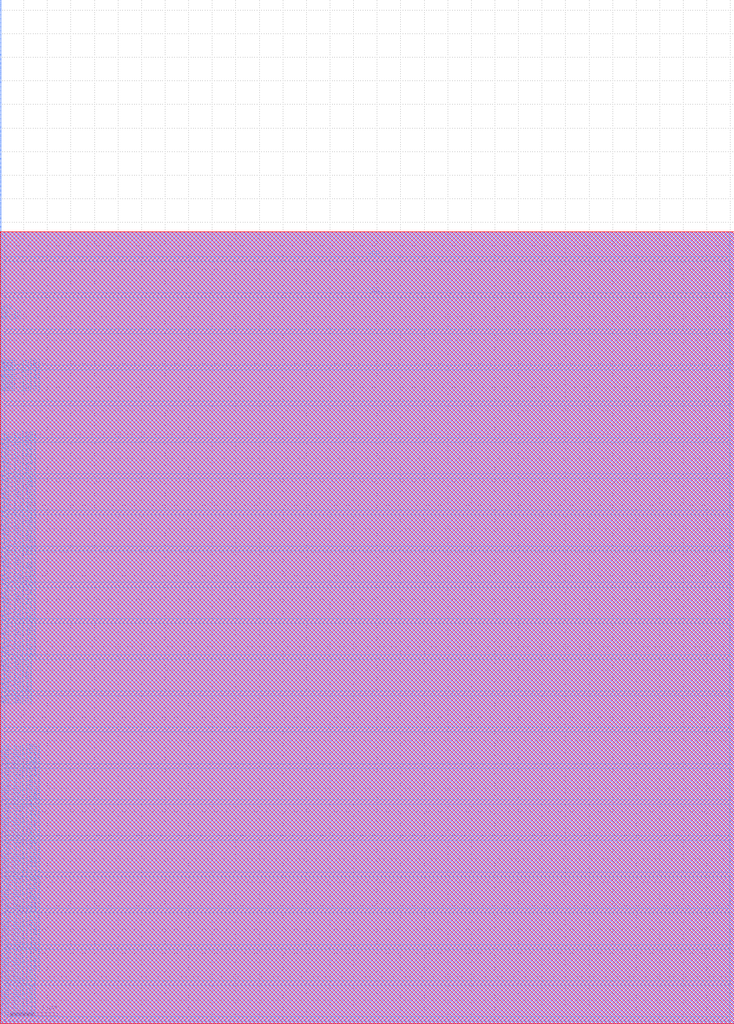
<source format=lef>
VERSION 5.7 ;
BUSBITCHARS "[]" ;
MACRO fakeram7_128x60
  FOREIGN fakeram7_128x60 0 0 ;
  SYMMETRY X Y R90 ;
  SIZE 15.580 BY 16.800 ;
  CLASS BLOCK ;
  PIN rd_out[0]
    DIRECTION OUTPUT ;
    USE SIGNAL ;
    SHAPE ABUTMENT ;
    PORT
      LAYER M4 ;
      RECT 0.000 0.096 0.024 0.120 ;
    END
  END rd_out[0]
  PIN rd_out[1]
    DIRECTION OUTPUT ;
    USE SIGNAL ;
    SHAPE ABUTMENT ;
    PORT
      LAYER M4 ;
      RECT 0.000 0.192 0.024 0.216 ;
    END
  END rd_out[1]
  PIN rd_out[2]
    DIRECTION OUTPUT ;
    USE SIGNAL ;
    SHAPE ABUTMENT ;
    PORT
      LAYER M4 ;
      RECT 0.000 0.288 0.024 0.312 ;
    END
  END rd_out[2]
  PIN rd_out[3]
    DIRECTION OUTPUT ;
    USE SIGNAL ;
    SHAPE ABUTMENT ;
    PORT
      LAYER M4 ;
      RECT 0.000 0.384 0.024 0.408 ;
    END
  END rd_out[3]
  PIN rd_out[4]
    DIRECTION OUTPUT ;
    USE SIGNAL ;
    SHAPE ABUTMENT ;
    PORT
      LAYER M4 ;
      RECT 0.000 0.480 0.024 0.504 ;
    END
  END rd_out[4]
  PIN rd_out[5]
    DIRECTION OUTPUT ;
    USE SIGNAL ;
    SHAPE ABUTMENT ;
    PORT
      LAYER M4 ;
      RECT 0.000 0.576 0.024 0.600 ;
    END
  END rd_out[5]
  PIN rd_out[6]
    DIRECTION OUTPUT ;
    USE SIGNAL ;
    SHAPE ABUTMENT ;
    PORT
      LAYER M4 ;
      RECT 0.000 0.672 0.024 0.696 ;
    END
  END rd_out[6]
  PIN rd_out[7]
    DIRECTION OUTPUT ;
    USE SIGNAL ;
    SHAPE ABUTMENT ;
    PORT
      LAYER M4 ;
      RECT 0.000 0.768 0.024 0.792 ;
    END
  END rd_out[7]
  PIN rd_out[8]
    DIRECTION OUTPUT ;
    USE SIGNAL ;
    SHAPE ABUTMENT ;
    PORT
      LAYER M4 ;
      RECT 0.000 0.864 0.024 0.888 ;
    END
  END rd_out[8]
  PIN rd_out[9]
    DIRECTION OUTPUT ;
    USE SIGNAL ;
    SHAPE ABUTMENT ;
    PORT
      LAYER M4 ;
      RECT 0.000 0.960 0.024 0.984 ;
    END
  END rd_out[9]
  PIN rd_out[10]
    DIRECTION OUTPUT ;
    USE SIGNAL ;
    SHAPE ABUTMENT ;
    PORT
      LAYER M4 ;
      RECT 0.000 1.056 0.024 1.080 ;
    END
  END rd_out[10]
  PIN rd_out[11]
    DIRECTION OUTPUT ;
    USE SIGNAL ;
    SHAPE ABUTMENT ;
    PORT
      LAYER M4 ;
      RECT 0.000 1.152 0.024 1.176 ;
    END
  END rd_out[11]
  PIN rd_out[12]
    DIRECTION OUTPUT ;
    USE SIGNAL ;
    SHAPE ABUTMENT ;
    PORT
      LAYER M4 ;
      RECT 0.000 1.248 0.024 1.272 ;
    END
  END rd_out[12]
  PIN rd_out[13]
    DIRECTION OUTPUT ;
    USE SIGNAL ;
    SHAPE ABUTMENT ;
    PORT
      LAYER M4 ;
      RECT 0.000 1.344 0.024 1.368 ;
    END
  END rd_out[13]
  PIN rd_out[14]
    DIRECTION OUTPUT ;
    USE SIGNAL ;
    SHAPE ABUTMENT ;
    PORT
      LAYER M4 ;
      RECT 0.000 1.440 0.024 1.464 ;
    END
  END rd_out[14]
  PIN rd_out[15]
    DIRECTION OUTPUT ;
    USE SIGNAL ;
    SHAPE ABUTMENT ;
    PORT
      LAYER M4 ;
      RECT 0.000 1.536 0.024 1.560 ;
    END
  END rd_out[15]
  PIN rd_out[16]
    DIRECTION OUTPUT ;
    USE SIGNAL ;
    SHAPE ABUTMENT ;
    PORT
      LAYER M4 ;
      RECT 0.000 1.632 0.024 1.656 ;
    END
  END rd_out[16]
  PIN rd_out[17]
    DIRECTION OUTPUT ;
    USE SIGNAL ;
    SHAPE ABUTMENT ;
    PORT
      LAYER M4 ;
      RECT 0.000 1.728 0.024 1.752 ;
    END
  END rd_out[17]
  PIN rd_out[18]
    DIRECTION OUTPUT ;
    USE SIGNAL ;
    SHAPE ABUTMENT ;
    PORT
      LAYER M4 ;
      RECT 0.000 1.824 0.024 1.848 ;
    END
  END rd_out[18]
  PIN rd_out[19]
    DIRECTION OUTPUT ;
    USE SIGNAL ;
    SHAPE ABUTMENT ;
    PORT
      LAYER M4 ;
      RECT 0.000 1.920 0.024 1.944 ;
    END
  END rd_out[19]
  PIN rd_out[20]
    DIRECTION OUTPUT ;
    USE SIGNAL ;
    SHAPE ABUTMENT ;
    PORT
      LAYER M4 ;
      RECT 0.000 2.016 0.024 2.040 ;
    END
  END rd_out[20]
  PIN rd_out[21]
    DIRECTION OUTPUT ;
    USE SIGNAL ;
    SHAPE ABUTMENT ;
    PORT
      LAYER M4 ;
      RECT 0.000 2.112 0.024 2.136 ;
    END
  END rd_out[21]
  PIN rd_out[22]
    DIRECTION OUTPUT ;
    USE SIGNAL ;
    SHAPE ABUTMENT ;
    PORT
      LAYER M4 ;
      RECT 0.000 2.208 0.024 2.232 ;
    END
  END rd_out[22]
  PIN rd_out[23]
    DIRECTION OUTPUT ;
    USE SIGNAL ;
    SHAPE ABUTMENT ;
    PORT
      LAYER M4 ;
      RECT 0.000 2.304 0.024 2.328 ;
    END
  END rd_out[23]
  PIN rd_out[24]
    DIRECTION OUTPUT ;
    USE SIGNAL ;
    SHAPE ABUTMENT ;
    PORT
      LAYER M4 ;
      RECT 0.000 2.400 0.024 2.424 ;
    END
  END rd_out[24]
  PIN rd_out[25]
    DIRECTION OUTPUT ;
    USE SIGNAL ;
    SHAPE ABUTMENT ;
    PORT
      LAYER M4 ;
      RECT 0.000 2.496 0.024 2.520 ;
    END
  END rd_out[25]
  PIN rd_out[26]
    DIRECTION OUTPUT ;
    USE SIGNAL ;
    SHAPE ABUTMENT ;
    PORT
      LAYER M4 ;
      RECT 0.000 2.592 0.024 2.616 ;
    END
  END rd_out[26]
  PIN rd_out[27]
    DIRECTION OUTPUT ;
    USE SIGNAL ;
    SHAPE ABUTMENT ;
    PORT
      LAYER M4 ;
      RECT 0.000 2.688 0.024 2.712 ;
    END
  END rd_out[27]
  PIN rd_out[28]
    DIRECTION OUTPUT ;
    USE SIGNAL ;
    SHAPE ABUTMENT ;
    PORT
      LAYER M4 ;
      RECT 0.000 2.784 0.024 2.808 ;
    END
  END rd_out[28]
  PIN rd_out[29]
    DIRECTION OUTPUT ;
    USE SIGNAL ;
    SHAPE ABUTMENT ;
    PORT
      LAYER M4 ;
      RECT 0.000 2.880 0.024 2.904 ;
    END
  END rd_out[29]
  PIN rd_out[30]
    DIRECTION OUTPUT ;
    USE SIGNAL ;
    SHAPE ABUTMENT ;
    PORT
      LAYER M4 ;
      RECT 0.000 2.976 0.024 3.000 ;
    END
  END rd_out[30]
  PIN rd_out[31]
    DIRECTION OUTPUT ;
    USE SIGNAL ;
    SHAPE ABUTMENT ;
    PORT
      LAYER M4 ;
      RECT 0.000 3.072 0.024 3.096 ;
    END
  END rd_out[31]
  PIN rd_out[32]
    DIRECTION OUTPUT ;
    USE SIGNAL ;
    SHAPE ABUTMENT ;
    PORT
      LAYER M4 ;
      RECT 0.000 3.168 0.024 3.192 ;
    END
  END rd_out[32]
  PIN rd_out[33]
    DIRECTION OUTPUT ;
    USE SIGNAL ;
    SHAPE ABUTMENT ;
    PORT
      LAYER M4 ;
      RECT 0.000 3.264 0.024 3.288 ;
    END
  END rd_out[33]
  PIN rd_out[34]
    DIRECTION OUTPUT ;
    USE SIGNAL ;
    SHAPE ABUTMENT ;
    PORT
      LAYER M4 ;
      RECT 0.000 3.360 0.024 3.384 ;
    END
  END rd_out[34]
  PIN rd_out[35]
    DIRECTION OUTPUT ;
    USE SIGNAL ;
    SHAPE ABUTMENT ;
    PORT
      LAYER M4 ;
      RECT 0.000 3.456 0.024 3.480 ;
    END
  END rd_out[35]
  PIN rd_out[36]
    DIRECTION OUTPUT ;
    USE SIGNAL ;
    SHAPE ABUTMENT ;
    PORT
      LAYER M4 ;
      RECT 0.000 3.552 0.024 3.576 ;
    END
  END rd_out[36]
  PIN rd_out[37]
    DIRECTION OUTPUT ;
    USE SIGNAL ;
    SHAPE ABUTMENT ;
    PORT
      LAYER M4 ;
      RECT 0.000 3.648 0.024 3.672 ;
    END
  END rd_out[37]
  PIN rd_out[38]
    DIRECTION OUTPUT ;
    USE SIGNAL ;
    SHAPE ABUTMENT ;
    PORT
      LAYER M4 ;
      RECT 0.000 3.744 0.024 3.768 ;
    END
  END rd_out[38]
  PIN rd_out[39]
    DIRECTION OUTPUT ;
    USE SIGNAL ;
    SHAPE ABUTMENT ;
    PORT
      LAYER M4 ;
      RECT 0.000 3.840 0.024 3.864 ;
    END
  END rd_out[39]
  PIN rd_out[40]
    DIRECTION OUTPUT ;
    USE SIGNAL ;
    SHAPE ABUTMENT ;
    PORT
      LAYER M4 ;
      RECT 0.000 3.936 0.024 3.960 ;
    END
  END rd_out[40]
  PIN rd_out[41]
    DIRECTION OUTPUT ;
    USE SIGNAL ;
    SHAPE ABUTMENT ;
    PORT
      LAYER M4 ;
      RECT 0.000 4.032 0.024 4.056 ;
    END
  END rd_out[41]
  PIN rd_out[42]
    DIRECTION OUTPUT ;
    USE SIGNAL ;
    SHAPE ABUTMENT ;
    PORT
      LAYER M4 ;
      RECT 0.000 4.128 0.024 4.152 ;
    END
  END rd_out[42]
  PIN rd_out[43]
    DIRECTION OUTPUT ;
    USE SIGNAL ;
    SHAPE ABUTMENT ;
    PORT
      LAYER M4 ;
      RECT 0.000 4.224 0.024 4.248 ;
    END
  END rd_out[43]
  PIN rd_out[44]
    DIRECTION OUTPUT ;
    USE SIGNAL ;
    SHAPE ABUTMENT ;
    PORT
      LAYER M4 ;
      RECT 0.000 4.320 0.024 4.344 ;
    END
  END rd_out[44]
  PIN rd_out[45]
    DIRECTION OUTPUT ;
    USE SIGNAL ;
    SHAPE ABUTMENT ;
    PORT
      LAYER M4 ;
      RECT 0.000 4.416 0.024 4.440 ;
    END
  END rd_out[45]
  PIN rd_out[46]
    DIRECTION OUTPUT ;
    USE SIGNAL ;
    SHAPE ABUTMENT ;
    PORT
      LAYER M4 ;
      RECT 0.000 4.512 0.024 4.536 ;
    END
  END rd_out[46]
  PIN rd_out[47]
    DIRECTION OUTPUT ;
    USE SIGNAL ;
    SHAPE ABUTMENT ;
    PORT
      LAYER M4 ;
      RECT 0.000 4.608 0.024 4.632 ;
    END
  END rd_out[47]
  PIN rd_out[48]
    DIRECTION OUTPUT ;
    USE SIGNAL ;
    SHAPE ABUTMENT ;
    PORT
      LAYER M4 ;
      RECT 0.000 4.704 0.024 4.728 ;
    END
  END rd_out[48]
  PIN rd_out[49]
    DIRECTION OUTPUT ;
    USE SIGNAL ;
    SHAPE ABUTMENT ;
    PORT
      LAYER M4 ;
      RECT 0.000 4.800 0.024 4.824 ;
    END
  END rd_out[49]
  PIN rd_out[50]
    DIRECTION OUTPUT ;
    USE SIGNAL ;
    SHAPE ABUTMENT ;
    PORT
      LAYER M4 ;
      RECT 0.000 4.896 0.024 4.920 ;
    END
  END rd_out[50]
  PIN rd_out[51]
    DIRECTION OUTPUT ;
    USE SIGNAL ;
    SHAPE ABUTMENT ;
    PORT
      LAYER M4 ;
      RECT 0.000 4.992 0.024 5.016 ;
    END
  END rd_out[51]
  PIN rd_out[52]
    DIRECTION OUTPUT ;
    USE SIGNAL ;
    SHAPE ABUTMENT ;
    PORT
      LAYER M4 ;
      RECT 0.000 5.088 0.024 5.112 ;
    END
  END rd_out[52]
  PIN rd_out[53]
    DIRECTION OUTPUT ;
    USE SIGNAL ;
    SHAPE ABUTMENT ;
    PORT
      LAYER M4 ;
      RECT 0.000 5.184 0.024 5.208 ;
    END
  END rd_out[53]
  PIN rd_out[54]
    DIRECTION OUTPUT ;
    USE SIGNAL ;
    SHAPE ABUTMENT ;
    PORT
      LAYER M4 ;
      RECT 0.000 5.280 0.024 5.304 ;
    END
  END rd_out[54]
  PIN rd_out[55]
    DIRECTION OUTPUT ;
    USE SIGNAL ;
    SHAPE ABUTMENT ;
    PORT
      LAYER M4 ;
      RECT 0.000 5.376 0.024 5.400 ;
    END
  END rd_out[55]
  PIN rd_out[56]
    DIRECTION OUTPUT ;
    USE SIGNAL ;
    SHAPE ABUTMENT ;
    PORT
      LAYER M4 ;
      RECT 0.000 5.472 0.024 5.496 ;
    END
  END rd_out[56]
  PIN rd_out[57]
    DIRECTION OUTPUT ;
    USE SIGNAL ;
    SHAPE ABUTMENT ;
    PORT
      LAYER M4 ;
      RECT 0.000 5.568 0.024 5.592 ;
    END
  END rd_out[57]
  PIN rd_out[58]
    DIRECTION OUTPUT ;
    USE SIGNAL ;
    SHAPE ABUTMENT ;
    PORT
      LAYER M4 ;
      RECT 0.000 5.664 0.024 5.688 ;
    END
  END rd_out[58]
  PIN rd_out[59]
    DIRECTION OUTPUT ;
    USE SIGNAL ;
    SHAPE ABUTMENT ;
    PORT
      LAYER M4 ;
      RECT 0.000 5.760 0.024 5.784 ;
    END
  END rd_out[59]
  PIN wd_in[0]
    DIRECTION INPUT ;
    USE SIGNAL ;
    SHAPE ABUTMENT ;
    PORT
      LAYER M4 ;
      RECT 0.000 6.720 0.024 6.744 ;
    END
  END wd_in[0]
  PIN wd_in[1]
    DIRECTION INPUT ;
    USE SIGNAL ;
    SHAPE ABUTMENT ;
    PORT
      LAYER M4 ;
      RECT 0.000 6.816 0.024 6.840 ;
    END
  END wd_in[1]
  PIN wd_in[2]
    DIRECTION INPUT ;
    USE SIGNAL ;
    SHAPE ABUTMENT ;
    PORT
      LAYER M4 ;
      RECT 0.000 6.912 0.024 6.936 ;
    END
  END wd_in[2]
  PIN wd_in[3]
    DIRECTION INPUT ;
    USE SIGNAL ;
    SHAPE ABUTMENT ;
    PORT
      LAYER M4 ;
      RECT 0.000 7.008 0.024 7.032 ;
    END
  END wd_in[3]
  PIN wd_in[4]
    DIRECTION INPUT ;
    USE SIGNAL ;
    SHAPE ABUTMENT ;
    PORT
      LAYER M4 ;
      RECT 0.000 7.104 0.024 7.128 ;
    END
  END wd_in[4]
  PIN wd_in[5]
    DIRECTION INPUT ;
    USE SIGNAL ;
    SHAPE ABUTMENT ;
    PORT
      LAYER M4 ;
      RECT 0.000 7.200 0.024 7.224 ;
    END
  END wd_in[5]
  PIN wd_in[6]
    DIRECTION INPUT ;
    USE SIGNAL ;
    SHAPE ABUTMENT ;
    PORT
      LAYER M4 ;
      RECT 0.000 7.296 0.024 7.320 ;
    END
  END wd_in[6]
  PIN wd_in[7]
    DIRECTION INPUT ;
    USE SIGNAL ;
    SHAPE ABUTMENT ;
    PORT
      LAYER M4 ;
      RECT 0.000 7.392 0.024 7.416 ;
    END
  END wd_in[7]
  PIN wd_in[8]
    DIRECTION INPUT ;
    USE SIGNAL ;
    SHAPE ABUTMENT ;
    PORT
      LAYER M4 ;
      RECT 0.000 7.488 0.024 7.512 ;
    END
  END wd_in[8]
  PIN wd_in[9]
    DIRECTION INPUT ;
    USE SIGNAL ;
    SHAPE ABUTMENT ;
    PORT
      LAYER M4 ;
      RECT 0.000 7.584 0.024 7.608 ;
    END
  END wd_in[9]
  PIN wd_in[10]
    DIRECTION INPUT ;
    USE SIGNAL ;
    SHAPE ABUTMENT ;
    PORT
      LAYER M4 ;
      RECT 0.000 7.680 0.024 7.704 ;
    END
  END wd_in[10]
  PIN wd_in[11]
    DIRECTION INPUT ;
    USE SIGNAL ;
    SHAPE ABUTMENT ;
    PORT
      LAYER M4 ;
      RECT 0.000 7.776 0.024 7.800 ;
    END
  END wd_in[11]
  PIN wd_in[12]
    DIRECTION INPUT ;
    USE SIGNAL ;
    SHAPE ABUTMENT ;
    PORT
      LAYER M4 ;
      RECT 0.000 7.872 0.024 7.896 ;
    END
  END wd_in[12]
  PIN wd_in[13]
    DIRECTION INPUT ;
    USE SIGNAL ;
    SHAPE ABUTMENT ;
    PORT
      LAYER M4 ;
      RECT 0.000 7.968 0.024 7.992 ;
    END
  END wd_in[13]
  PIN wd_in[14]
    DIRECTION INPUT ;
    USE SIGNAL ;
    SHAPE ABUTMENT ;
    PORT
      LAYER M4 ;
      RECT 0.000 8.064 0.024 8.088 ;
    END
  END wd_in[14]
  PIN wd_in[15]
    DIRECTION INPUT ;
    USE SIGNAL ;
    SHAPE ABUTMENT ;
    PORT
      LAYER M4 ;
      RECT 0.000 8.160 0.024 8.184 ;
    END
  END wd_in[15]
  PIN wd_in[16]
    DIRECTION INPUT ;
    USE SIGNAL ;
    SHAPE ABUTMENT ;
    PORT
      LAYER M4 ;
      RECT 0.000 8.256 0.024 8.280 ;
    END
  END wd_in[16]
  PIN wd_in[17]
    DIRECTION INPUT ;
    USE SIGNAL ;
    SHAPE ABUTMENT ;
    PORT
      LAYER M4 ;
      RECT 0.000 8.352 0.024 8.376 ;
    END
  END wd_in[17]
  PIN wd_in[18]
    DIRECTION INPUT ;
    USE SIGNAL ;
    SHAPE ABUTMENT ;
    PORT
      LAYER M4 ;
      RECT 0.000 8.448 0.024 8.472 ;
    END
  END wd_in[18]
  PIN wd_in[19]
    DIRECTION INPUT ;
    USE SIGNAL ;
    SHAPE ABUTMENT ;
    PORT
      LAYER M4 ;
      RECT 0.000 8.544 0.024 8.568 ;
    END
  END wd_in[19]
  PIN wd_in[20]
    DIRECTION INPUT ;
    USE SIGNAL ;
    SHAPE ABUTMENT ;
    PORT
      LAYER M4 ;
      RECT 0.000 8.640 0.024 8.664 ;
    END
  END wd_in[20]
  PIN wd_in[21]
    DIRECTION INPUT ;
    USE SIGNAL ;
    SHAPE ABUTMENT ;
    PORT
      LAYER M4 ;
      RECT 0.000 8.736 0.024 8.760 ;
    END
  END wd_in[21]
  PIN wd_in[22]
    DIRECTION INPUT ;
    USE SIGNAL ;
    SHAPE ABUTMENT ;
    PORT
      LAYER M4 ;
      RECT 0.000 8.832 0.024 8.856 ;
    END
  END wd_in[22]
  PIN wd_in[23]
    DIRECTION INPUT ;
    USE SIGNAL ;
    SHAPE ABUTMENT ;
    PORT
      LAYER M4 ;
      RECT 0.000 8.928 0.024 8.952 ;
    END
  END wd_in[23]
  PIN wd_in[24]
    DIRECTION INPUT ;
    USE SIGNAL ;
    SHAPE ABUTMENT ;
    PORT
      LAYER M4 ;
      RECT 0.000 9.024 0.024 9.048 ;
    END
  END wd_in[24]
  PIN wd_in[25]
    DIRECTION INPUT ;
    USE SIGNAL ;
    SHAPE ABUTMENT ;
    PORT
      LAYER M4 ;
      RECT 0.000 9.120 0.024 9.144 ;
    END
  END wd_in[25]
  PIN wd_in[26]
    DIRECTION INPUT ;
    USE SIGNAL ;
    SHAPE ABUTMENT ;
    PORT
      LAYER M4 ;
      RECT 0.000 9.216 0.024 9.240 ;
    END
  END wd_in[26]
  PIN wd_in[27]
    DIRECTION INPUT ;
    USE SIGNAL ;
    SHAPE ABUTMENT ;
    PORT
      LAYER M4 ;
      RECT 0.000 9.312 0.024 9.336 ;
    END
  END wd_in[27]
  PIN wd_in[28]
    DIRECTION INPUT ;
    USE SIGNAL ;
    SHAPE ABUTMENT ;
    PORT
      LAYER M4 ;
      RECT 0.000 9.408 0.024 9.432 ;
    END
  END wd_in[28]
  PIN wd_in[29]
    DIRECTION INPUT ;
    USE SIGNAL ;
    SHAPE ABUTMENT ;
    PORT
      LAYER M4 ;
      RECT 0.000 9.504 0.024 9.528 ;
    END
  END wd_in[29]
  PIN wd_in[30]
    DIRECTION INPUT ;
    USE SIGNAL ;
    SHAPE ABUTMENT ;
    PORT
      LAYER M4 ;
      RECT 0.000 9.600 0.024 9.624 ;
    END
  END wd_in[30]
  PIN wd_in[31]
    DIRECTION INPUT ;
    USE SIGNAL ;
    SHAPE ABUTMENT ;
    PORT
      LAYER M4 ;
      RECT 0.000 9.696 0.024 9.720 ;
    END
  END wd_in[31]
  PIN wd_in[32]
    DIRECTION INPUT ;
    USE SIGNAL ;
    SHAPE ABUTMENT ;
    PORT
      LAYER M4 ;
      RECT 0.000 9.792 0.024 9.816 ;
    END
  END wd_in[32]
  PIN wd_in[33]
    DIRECTION INPUT ;
    USE SIGNAL ;
    SHAPE ABUTMENT ;
    PORT
      LAYER M4 ;
      RECT 0.000 9.888 0.024 9.912 ;
    END
  END wd_in[33]
  PIN wd_in[34]
    DIRECTION INPUT ;
    USE SIGNAL ;
    SHAPE ABUTMENT ;
    PORT
      LAYER M4 ;
      RECT 0.000 9.984 0.024 10.008 ;
    END
  END wd_in[34]
  PIN wd_in[35]
    DIRECTION INPUT ;
    USE SIGNAL ;
    SHAPE ABUTMENT ;
    PORT
      LAYER M4 ;
      RECT 0.000 10.080 0.024 10.104 ;
    END
  END wd_in[35]
  PIN wd_in[36]
    DIRECTION INPUT ;
    USE SIGNAL ;
    SHAPE ABUTMENT ;
    PORT
      LAYER M4 ;
      RECT 0.000 10.176 0.024 10.200 ;
    END
  END wd_in[36]
  PIN wd_in[37]
    DIRECTION INPUT ;
    USE SIGNAL ;
    SHAPE ABUTMENT ;
    PORT
      LAYER M4 ;
      RECT 0.000 10.272 0.024 10.296 ;
    END
  END wd_in[37]
  PIN wd_in[38]
    DIRECTION INPUT ;
    USE SIGNAL ;
    SHAPE ABUTMENT ;
    PORT
      LAYER M4 ;
      RECT 0.000 10.368 0.024 10.392 ;
    END
  END wd_in[38]
  PIN wd_in[39]
    DIRECTION INPUT ;
    USE SIGNAL ;
    SHAPE ABUTMENT ;
    PORT
      LAYER M4 ;
      RECT 0.000 10.464 0.024 10.488 ;
    END
  END wd_in[39]
  PIN wd_in[40]
    DIRECTION INPUT ;
    USE SIGNAL ;
    SHAPE ABUTMENT ;
    PORT
      LAYER M4 ;
      RECT 0.000 10.560 0.024 10.584 ;
    END
  END wd_in[40]
  PIN wd_in[41]
    DIRECTION INPUT ;
    USE SIGNAL ;
    SHAPE ABUTMENT ;
    PORT
      LAYER M4 ;
      RECT 0.000 10.656 0.024 10.680 ;
    END
  END wd_in[41]
  PIN wd_in[42]
    DIRECTION INPUT ;
    USE SIGNAL ;
    SHAPE ABUTMENT ;
    PORT
      LAYER M4 ;
      RECT 0.000 10.752 0.024 10.776 ;
    END
  END wd_in[42]
  PIN wd_in[43]
    DIRECTION INPUT ;
    USE SIGNAL ;
    SHAPE ABUTMENT ;
    PORT
      LAYER M4 ;
      RECT 0.000 10.848 0.024 10.872 ;
    END
  END wd_in[43]
  PIN wd_in[44]
    DIRECTION INPUT ;
    USE SIGNAL ;
    SHAPE ABUTMENT ;
    PORT
      LAYER M4 ;
      RECT 0.000 10.944 0.024 10.968 ;
    END
  END wd_in[44]
  PIN wd_in[45]
    DIRECTION INPUT ;
    USE SIGNAL ;
    SHAPE ABUTMENT ;
    PORT
      LAYER M4 ;
      RECT 0.000 11.040 0.024 11.064 ;
    END
  END wd_in[45]
  PIN wd_in[46]
    DIRECTION INPUT ;
    USE SIGNAL ;
    SHAPE ABUTMENT ;
    PORT
      LAYER M4 ;
      RECT 0.000 11.136 0.024 11.160 ;
    END
  END wd_in[46]
  PIN wd_in[47]
    DIRECTION INPUT ;
    USE SIGNAL ;
    SHAPE ABUTMENT ;
    PORT
      LAYER M4 ;
      RECT 0.000 11.232 0.024 11.256 ;
    END
  END wd_in[47]
  PIN wd_in[48]
    DIRECTION INPUT ;
    USE SIGNAL ;
    SHAPE ABUTMENT ;
    PORT
      LAYER M4 ;
      RECT 0.000 11.328 0.024 11.352 ;
    END
  END wd_in[48]
  PIN wd_in[49]
    DIRECTION INPUT ;
    USE SIGNAL ;
    SHAPE ABUTMENT ;
    PORT
      LAYER M4 ;
      RECT 0.000 11.424 0.024 11.448 ;
    END
  END wd_in[49]
  PIN wd_in[50]
    DIRECTION INPUT ;
    USE SIGNAL ;
    SHAPE ABUTMENT ;
    PORT
      LAYER M4 ;
      RECT 0.000 11.520 0.024 11.544 ;
    END
  END wd_in[50]
  PIN wd_in[51]
    DIRECTION INPUT ;
    USE SIGNAL ;
    SHAPE ABUTMENT ;
    PORT
      LAYER M4 ;
      RECT 0.000 11.616 0.024 11.640 ;
    END
  END wd_in[51]
  PIN wd_in[52]
    DIRECTION INPUT ;
    USE SIGNAL ;
    SHAPE ABUTMENT ;
    PORT
      LAYER M4 ;
      RECT 0.000 11.712 0.024 11.736 ;
    END
  END wd_in[52]
  PIN wd_in[53]
    DIRECTION INPUT ;
    USE SIGNAL ;
    SHAPE ABUTMENT ;
    PORT
      LAYER M4 ;
      RECT 0.000 11.808 0.024 11.832 ;
    END
  END wd_in[53]
  PIN wd_in[54]
    DIRECTION INPUT ;
    USE SIGNAL ;
    SHAPE ABUTMENT ;
    PORT
      LAYER M4 ;
      RECT 0.000 11.904 0.024 11.928 ;
    END
  END wd_in[54]
  PIN wd_in[55]
    DIRECTION INPUT ;
    USE SIGNAL ;
    SHAPE ABUTMENT ;
    PORT
      LAYER M4 ;
      RECT 0.000 12.000 0.024 12.024 ;
    END
  END wd_in[55]
  PIN wd_in[56]
    DIRECTION INPUT ;
    USE SIGNAL ;
    SHAPE ABUTMENT ;
    PORT
      LAYER M4 ;
      RECT 0.000 12.096 0.024 12.120 ;
    END
  END wd_in[56]
  PIN wd_in[57]
    DIRECTION INPUT ;
    USE SIGNAL ;
    SHAPE ABUTMENT ;
    PORT
      LAYER M4 ;
      RECT 0.000 12.192 0.024 12.216 ;
    END
  END wd_in[57]
  PIN wd_in[58]
    DIRECTION INPUT ;
    USE SIGNAL ;
    SHAPE ABUTMENT ;
    PORT
      LAYER M4 ;
      RECT 0.000 12.288 0.024 12.312 ;
    END
  END wd_in[58]
  PIN wd_in[59]
    DIRECTION INPUT ;
    USE SIGNAL ;
    SHAPE ABUTMENT ;
    PORT
      LAYER M4 ;
      RECT 0.000 12.384 0.024 12.408 ;
    END
  END wd_in[59]
  PIN addr_in[0]
    DIRECTION INPUT ;
    USE SIGNAL ;
    SHAPE ABUTMENT ;
    PORT
      LAYER M4 ;
      RECT 0.000 13.344 0.024 13.368 ;
    END
  END addr_in[0]
  PIN addr_in[1]
    DIRECTION INPUT ;
    USE SIGNAL ;
    SHAPE ABUTMENT ;
    PORT
      LAYER M4 ;
      RECT 0.000 13.440 0.024 13.464 ;
    END
  END addr_in[1]
  PIN addr_in[2]
    DIRECTION INPUT ;
    USE SIGNAL ;
    SHAPE ABUTMENT ;
    PORT
      LAYER M4 ;
      RECT 0.000 13.536 0.024 13.560 ;
    END
  END addr_in[2]
  PIN addr_in[3]
    DIRECTION INPUT ;
    USE SIGNAL ;
    SHAPE ABUTMENT ;
    PORT
      LAYER M4 ;
      RECT 0.000 13.632 0.024 13.656 ;
    END
  END addr_in[3]
  PIN addr_in[4]
    DIRECTION INPUT ;
    USE SIGNAL ;
    SHAPE ABUTMENT ;
    PORT
      LAYER M4 ;
      RECT 0.000 13.728 0.024 13.752 ;
    END
  END addr_in[4]
  PIN addr_in[5]
    DIRECTION INPUT ;
    USE SIGNAL ;
    SHAPE ABUTMENT ;
    PORT
      LAYER M4 ;
      RECT 0.000 13.824 0.024 13.848 ;
    END
  END addr_in[5]
  PIN addr_in[6]
    DIRECTION INPUT ;
    USE SIGNAL ;
    SHAPE ABUTMENT ;
    PORT
      LAYER M4 ;
      RECT 0.000 13.920 0.024 13.944 ;
    END
  END addr_in[6]
  PIN we_in
    DIRECTION INPUT ;
    USE SIGNAL ;
    SHAPE ABUTMENT ;
    PORT
      LAYER M4 ;
      RECT 0.000 14.880 0.024 14.904 ;
    END
  END we_in
  PIN ce_in
    DIRECTION INPUT ;
    USE SIGNAL ;
    SHAPE ABUTMENT ;
    PORT
      LAYER M4 ;
      RECT 0.000 14.976 0.024 15.000 ;
    END
  END ce_in
  PIN clk
    DIRECTION INPUT ;
    USE CLOCK ;
    SHAPE ABUTMENT ;
    PORT
      LAYER M4 ;
      RECT 0.000 15.072 0.024 15.096 ;
    END
  END clk
  PIN VSS
    DIRECTION INOUT ;
    USE GROUND ;
    PORT
      LAYER M4 ;
      RECT 0.096 0.048 15.484 0.144 ;
      RECT 0.096 1.584 15.484 1.680 ;
      RECT 0.096 3.120 15.484 3.216 ;
      RECT 0.096 4.656 15.484 4.752 ;
      RECT 0.096 6.192 15.484 6.288 ;
      RECT 0.096 7.728 15.484 7.824 ;
      RECT 0.096 9.264 15.484 9.360 ;
      RECT 0.096 10.800 15.484 10.896 ;
      RECT 0.096 12.336 15.484 12.432 ;
      RECT 0.096 13.872 15.484 13.968 ;
      RECT 0.096 15.408 15.484 15.504 ;
    END
  END VSS
  PIN VDD
    DIRECTION INOUT ;
    USE POWER ;
    PORT
      LAYER M4 ;
      RECT 0.096 0.816 15.484 0.912 ;
      RECT 0.096 2.352 15.484 2.448 ;
      RECT 0.096 3.888 15.484 3.984 ;
      RECT 0.096 5.424 15.484 5.520 ;
      RECT 0.096 6.960 15.484 7.056 ;
      RECT 0.096 8.496 15.484 8.592 ;
      RECT 0.096 10.032 15.484 10.128 ;
      RECT 0.096 11.568 15.484 11.664 ;
      RECT 0.096 13.104 15.484 13.200 ;
      RECT 0.096 14.640 15.484 14.736 ;
      RECT 0.096 16.176 15.484 16.272 ;
    END
  END VDD
  OBS
    LAYER M1 ;
    RECT 0 0 15.580 16.800 ;
    LAYER M2 ;
    RECT 0 0 15.580 16.800 ;
    LAYER M3 ;
    RECT 0 0 15.580 16.800 ;
    LAYER M4 ;
    RECT 0.024 0 0.096 16.800 ;
    RECT 15.484 0 15.580 16.800 ;
    RECT 0.096 0.000 15.484 0.048 ;
    RECT 0.096 0.144 15.484 0.816 ;
    RECT 0.096 0.912 15.484 1.584 ;
    RECT 0.096 1.680 15.484 2.352 ;
    RECT 0.096 2.448 15.484 3.120 ;
    RECT 0.096 3.216 15.484 3.888 ;
    RECT 0.096 3.984 15.484 4.656 ;
    RECT 0.096 4.752 15.484 5.424 ;
    RECT 0.096 5.520 15.484 6.192 ;
    RECT 0.096 6.288 15.484 6.960 ;
    RECT 0.096 7.056 15.484 7.728 ;
    RECT 0.096 7.824 15.484 8.496 ;
    RECT 0.096 8.592 15.484 9.264 ;
    RECT 0.096 9.360 15.484 10.032 ;
    RECT 0.096 10.128 15.484 10.800 ;
    RECT 0.096 10.896 15.484 11.568 ;
    RECT 0.096 11.664 15.484 12.336 ;
    RECT 0.096 12.432 15.484 13.104 ;
    RECT 0.096 13.200 15.484 13.872 ;
    RECT 0.096 13.968 15.484 14.640 ;
    RECT 0.096 14.736 15.484 15.408 ;
    RECT 0.096 15.504 15.484 16.176 ;
    RECT 0.096 16.272 15.484 16.800 ;
    RECT 0 0.000 0.024 0.096 ;
    RECT 0 0.120 0.024 0.192 ;
    RECT 0 0.216 0.024 0.288 ;
    RECT 0 0.312 0.024 0.384 ;
    RECT 0 0.408 0.024 0.480 ;
    RECT 0 0.504 0.024 0.576 ;
    RECT 0 0.600 0.024 0.672 ;
    RECT 0 0.696 0.024 0.768 ;
    RECT 0 0.792 0.024 0.864 ;
    RECT 0 0.888 0.024 0.960 ;
    RECT 0 0.984 0.024 1.056 ;
    RECT 0 1.080 0.024 1.152 ;
    RECT 0 1.176 0.024 1.248 ;
    RECT 0 1.272 0.024 1.344 ;
    RECT 0 1.368 0.024 1.440 ;
    RECT 0 1.464 0.024 1.536 ;
    RECT 0 1.560 0.024 1.632 ;
    RECT 0 1.656 0.024 1.728 ;
    RECT 0 1.752 0.024 1.824 ;
    RECT 0 1.848 0.024 1.920 ;
    RECT 0 1.944 0.024 2.016 ;
    RECT 0 2.040 0.024 2.112 ;
    RECT 0 2.136 0.024 2.208 ;
    RECT 0 2.232 0.024 2.304 ;
    RECT 0 2.328 0.024 2.400 ;
    RECT 0 2.424 0.024 2.496 ;
    RECT 0 2.520 0.024 2.592 ;
    RECT 0 2.616 0.024 2.688 ;
    RECT 0 2.712 0.024 2.784 ;
    RECT 0 2.808 0.024 2.880 ;
    RECT 0 2.904 0.024 2.976 ;
    RECT 0 3.000 0.024 3.072 ;
    RECT 0 3.096 0.024 3.168 ;
    RECT 0 3.192 0.024 3.264 ;
    RECT 0 3.288 0.024 3.360 ;
    RECT 0 3.384 0.024 3.456 ;
    RECT 0 3.480 0.024 3.552 ;
    RECT 0 3.576 0.024 3.648 ;
    RECT 0 3.672 0.024 3.744 ;
    RECT 0 3.768 0.024 3.840 ;
    RECT 0 3.864 0.024 3.936 ;
    RECT 0 3.960 0.024 4.032 ;
    RECT 0 4.056 0.024 4.128 ;
    RECT 0 4.152 0.024 4.224 ;
    RECT 0 4.248 0.024 4.320 ;
    RECT 0 4.344 0.024 4.416 ;
    RECT 0 4.440 0.024 4.512 ;
    RECT 0 4.536 0.024 4.608 ;
    RECT 0 4.632 0.024 4.704 ;
    RECT 0 4.728 0.024 4.800 ;
    RECT 0 4.824 0.024 4.896 ;
    RECT 0 4.920 0.024 4.992 ;
    RECT 0 5.016 0.024 5.088 ;
    RECT 0 5.112 0.024 5.184 ;
    RECT 0 5.208 0.024 5.280 ;
    RECT 0 5.304 0.024 5.376 ;
    RECT 0 5.400 0.024 5.472 ;
    RECT 0 5.496 0.024 5.568 ;
    RECT 0 5.592 0.024 5.664 ;
    RECT 0 5.688 0.024 5.760 ;
    RECT 0 5.784 0.024 6.720 ;
    RECT 0 6.744 0.024 6.816 ;
    RECT 0 6.840 0.024 6.912 ;
    RECT 0 6.936 0.024 7.008 ;
    RECT 0 7.032 0.024 7.104 ;
    RECT 0 7.128 0.024 7.200 ;
    RECT 0 7.224 0.024 7.296 ;
    RECT 0 7.320 0.024 7.392 ;
    RECT 0 7.416 0.024 7.488 ;
    RECT 0 7.512 0.024 7.584 ;
    RECT 0 7.608 0.024 7.680 ;
    RECT 0 7.704 0.024 7.776 ;
    RECT 0 7.800 0.024 7.872 ;
    RECT 0 7.896 0.024 7.968 ;
    RECT 0 7.992 0.024 8.064 ;
    RECT 0 8.088 0.024 8.160 ;
    RECT 0 8.184 0.024 8.256 ;
    RECT 0 8.280 0.024 8.352 ;
    RECT 0 8.376 0.024 8.448 ;
    RECT 0 8.472 0.024 8.544 ;
    RECT 0 8.568 0.024 8.640 ;
    RECT 0 8.664 0.024 8.736 ;
    RECT 0 8.760 0.024 8.832 ;
    RECT 0 8.856 0.024 8.928 ;
    RECT 0 8.952 0.024 9.024 ;
    RECT 0 9.048 0.024 9.120 ;
    RECT 0 9.144 0.024 9.216 ;
    RECT 0 9.240 0.024 9.312 ;
    RECT 0 9.336 0.024 9.408 ;
    RECT 0 9.432 0.024 9.504 ;
    RECT 0 9.528 0.024 9.600 ;
    RECT 0 9.624 0.024 9.696 ;
    RECT 0 9.720 0.024 9.792 ;
    RECT 0 9.816 0.024 9.888 ;
    RECT 0 9.912 0.024 9.984 ;
    RECT 0 10.008 0.024 10.080 ;
    RECT 0 10.104 0.024 10.176 ;
    RECT 0 10.200 0.024 10.272 ;
    RECT 0 10.296 0.024 10.368 ;
    RECT 0 10.392 0.024 10.464 ;
    RECT 0 10.488 0.024 10.560 ;
    RECT 0 10.584 0.024 10.656 ;
    RECT 0 10.680 0.024 10.752 ;
    RECT 0 10.776 0.024 10.848 ;
    RECT 0 10.872 0.024 10.944 ;
    RECT 0 10.968 0.024 11.040 ;
    RECT 0 11.064 0.024 11.136 ;
    RECT 0 11.160 0.024 11.232 ;
    RECT 0 11.256 0.024 11.328 ;
    RECT 0 11.352 0.024 11.424 ;
    RECT 0 11.448 0.024 11.520 ;
    RECT 0 11.544 0.024 11.616 ;
    RECT 0 11.640 0.024 11.712 ;
    RECT 0 11.736 0.024 11.808 ;
    RECT 0 11.832 0.024 11.904 ;
    RECT 0 11.928 0.024 12.000 ;
    RECT 0 12.024 0.024 12.096 ;
    RECT 0 12.120 0.024 12.192 ;
    RECT 0 12.216 0.024 12.288 ;
    RECT 0 12.312 0.024 12.384 ;
    RECT 0 12.408 0.024 13.344 ;
    RECT 0 13.368 0.024 13.440 ;
    RECT 0 13.464 0.024 13.536 ;
    RECT 0 13.560 0.024 13.632 ;
    RECT 0 13.656 0.024 13.728 ;
    RECT 0 13.752 0.024 13.824 ;
    RECT 0 13.848 0.024 13.920 ;
    RECT 0 13.944 0.024 14.016 ;
    RECT 0 14.040 0.024 14.112 ;
    RECT 0 14.136 0.024 14.208 ;
    RECT 0 14.232 0.024 14.304 ;
    RECT 0 14.328 0.024 14.400 ;
    RECT 0 14.424 0.024 14.496 ;
    RECT 0 14.520 0.024 14.592 ;
    RECT 0 14.616 0.024 14.688 ;
    RECT 0 14.712 0.024 14.784 ;
    RECT 0 14.808 0.024 14.880 ;
    RECT 0 14.904 0.024 14.976 ;
    RECT 0 15.000 0.024 15.072 ;
    RECT 0 15.096 0.024 15.168 ;
    RECT 0 15.192 0.024 15.264 ;
    RECT 0 15.288 0.024 15.360 ;
    RECT 0 15.384 0.024 15.456 ;
    RECT 0 15.480 0.024 15.552 ;
    RECT 0 15.576 0.024 15.648 ;
    RECT 0 15.672 0.024 15.744 ;
    RECT 0 15.768 0.024 15.840 ;
    RECT 0 15.864 0.024 15.936 ;
    RECT 0 15.960 0.024 16.032 ;
    RECT 0 16.056 0.024 16.128 ;
    RECT 0 16.152 0.024 16.224 ;
    RECT 0 16.248 0.024 16.320 ;
    RECT 0 16.344 0.024 16.416 ;
    RECT 0 16.440 0.024 16.512 ;
    RECT 0 16.536 0.024 16.608 ;
    RECT 0 16.632 0.024 16.704 ;
    RECT 0 16.728 0.024 16.800 ;
    RECT 0 16.824 0.024 16.896 ;
    RECT 0 16.920 0.024 16.992 ;
    RECT 0 17.016 0.024 17.088 ;
    RECT 0 17.112 0.024 17.184 ;
    RECT 0 17.208 0.024 17.280 ;
    RECT 0 17.304 0.024 17.376 ;
    RECT 0 17.400 0.024 17.472 ;
    RECT 0 17.496 0.024 17.568 ;
    RECT 0 17.592 0.024 17.664 ;
    RECT 0 17.688 0.024 17.760 ;
    RECT 0 17.784 0.024 17.856 ;
    RECT 0 17.880 0.024 17.952 ;
    RECT 0 17.976 0.024 18.048 ;
    RECT 0 18.072 0.024 18.144 ;
    RECT 0 18.168 0.024 18.240 ;
    RECT 0 18.264 0.024 18.336 ;
    RECT 0 18.360 0.024 18.432 ;
    RECT 0 18.456 0.024 18.528 ;
    RECT 0 18.552 0.024 18.624 ;
    RECT 0 18.648 0.024 18.720 ;
    RECT 0 18.744 0.024 18.816 ;
    RECT 0 18.840 0.024 18.912 ;
    RECT 0 18.936 0.024 19.008 ;
    RECT 0 19.032 0.024 19.968 ;
    RECT 0 19.992 0.024 20.064 ;
    RECT 0 20.088 0.024 20.160 ;
    RECT 0 20.184 0.024 20.256 ;
    RECT 0 20.280 0.024 20.352 ;
    RECT 0 20.376 0.024 20.448 ;
    RECT 0 20.472 0.024 20.544 ;
    RECT 0 20.568 0.024 21.504 ;
    RECT 0 21.528 0.024 21.600 ;
    RECT 0 21.624 0.024 21.696 ;
    RECT 0 21.720 0.024 16.800 ;
    LAYER OVERLAP ;
    RECT 0 0 15.580 16.800 ;
  END
END fakeram7_128x60

END LIBRARY

</source>
